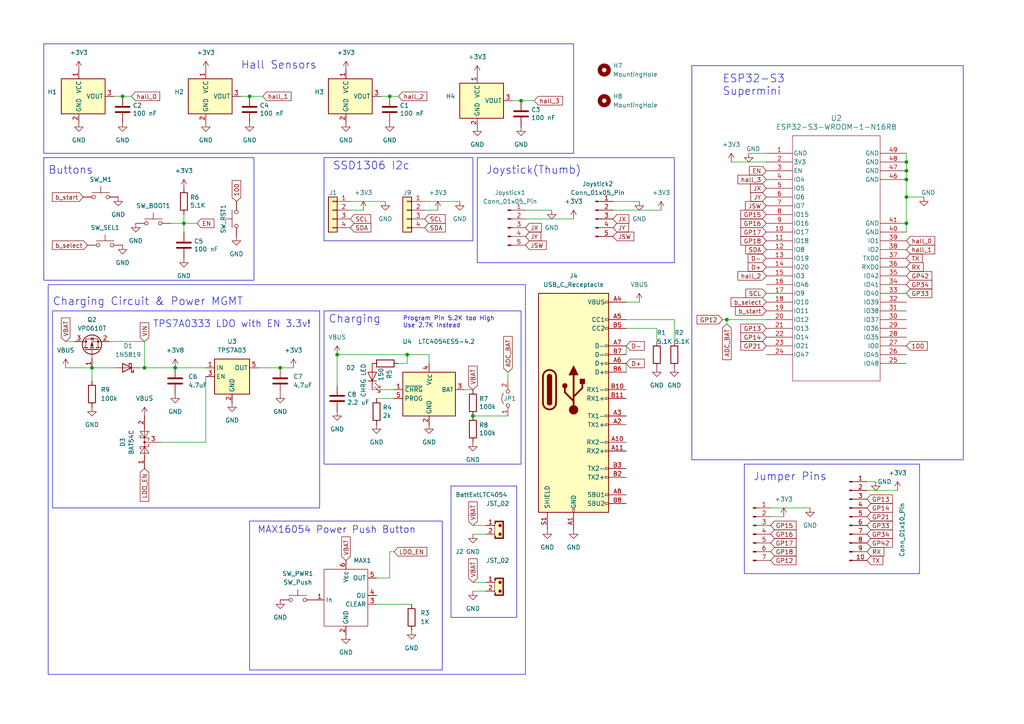
<source format=kicad_sch>
(kicad_sch (version 20250114) (generator "eeschema") (generator_version "9.0")
  (paper "A4")
  (lib_symbols
    (symbol "2025-04-05_16-16-06:ESP32-S3-WROOM-1-N16R8" (pin_names (offset 0.254))
      (property "Reference" "U" (at 20.32 10.16 0))
      (property "Value" "ESP32-S3-WROOM-1-N16R8" (at 20.32 7.62 0))
      (symbol "ESP32-S3-WROOM-1-N16R8_0_1"
        (pin power_out line (at 0 0 0) (length 7.62) (name "GND") (number "1"))
        (pin power_in line (at 0 -2.54 0) (length 7.62) (name "3V3") (number "2"))
        (pin input line (at 0 -5.08 0) (length 7.62) (name "EN") (number "3"))
        (pin bidirectional line (at 0 -7.62 0) (length 7.62) (name "IO4") (number "4"))
        (pin bidirectional line (at 0 -10.16 0) (length 7.62) (name "IO5") (number "5"))
        (pin bidirectional line (at 0 -12.7 0) (length 7.62) (name "IO6") (number "6"))
        (pin bidirectional line (at 0 -15.24 0) (length 7.62) (name "IO7") (number "7"))
        (pin bidirectional line (at 0 -17.78 0) (length 7.62) (name "IO15") (number "8"))
        (pin bidirectional line (at 0 -20.32 0) (length 7.62) (name "IO16") (number "9"))
        (pin bidirectional line (at 0 -22.86 0) (length 7.62) (name "IO17") (number "10"))
        (pin bidirectional line (at 0 -25.4 0) (length 7.62) (name "IO18") (number "11"))
        (pin bidirectional line (at 0 -27.94 0) (length 7.62) (name "IO8") (number "12"))
        (pin bidirectional line (at 0 -30.48 0) (length 7.62) (name "IO19") (number "13"))
        (pin bidirectional line (at 0 -33.02 0) (length 7.62) (name "IO20") (number "14"))
        (pin bidirectional line (at 0 -35.56 0) (length 7.62) (name "IO3") (number "15"))
        (pin bidirectional line (at 0 -38.1 0) (length 7.62) (name "IO46") (number "16"))
        (pin bidirectional line (at 0 -40.64 0) (length 7.62) (name "IO9") (number "17"))
        (pin bidirectional line (at 0 -43.18 0) (length 7.62) (name "IO10") (number "18"))
        (pin bidirectional line (at 0 -45.72 0) (length 7.62) (name "IO11") (number "19"))
        (pin bidirectional line (at 0 -48.26 0) (length 7.62) (name "IO12") (number "20"))
        (pin bidirectional line (at 0 -50.8 0) (length 7.62) (name "IO13") (number "21"))
        (pin bidirectional line (at 0 -53.34 0) (length 7.62) (name "IO14") (number "22"))
        (pin bidirectional line (at 0 -55.88 0) (length 7.62) (name "IO21") (number "23"))
        (pin bidirectional line (at 0 -58.42 0) (length 7.62) (name "IO47") (number "24"))
        (pin power_out line (at 40.64 0 180) (length 7.62) (name "GND") (number "49"))
        (pin power_out line (at 40.64 -2.54 180) (length 7.62) (name "GND") (number "48"))
        (pin power_out line (at 40.64 -5.08 180) (length 7.62) (name "GND") (number "47"))
        (pin power_out line (at 40.64 -7.62 180) (length 7.62) (name "GND") (number "46"))
        (pin power_out line (at 40.64 -20.32 180) (length 7.62) (name "GND") (number "41"))
        (pin power_out line (at 40.64 -22.86 180) (length 7.62) (name "GND") (number "40"))
        (pin bidirectional line (at 40.64 -25.4 180) (length 7.62) (name "IO1") (number "39"))
        (pin bidirectional line (at 40.64 -27.94 180) (length 7.62) (name "IO2") (number "38"))
        (pin bidirectional line (at 40.64 -30.48 180) (length 7.62) (name "TXD0") (number "37"))
        (pin bidirectional line (at 40.64 -33.02 180) (length 7.62) (name "RXD0") (number "36"))
        (pin bidirectional line (at 40.64 -35.56 180) (length 7.62) (name "IO42") (number "35"))
        (pin bidirectional line (at 40.64 -38.1 180) (length 7.62) (name "IO41") (number "34"))
        (pin bidirectional line (at 40.64 -40.64 180) (length 7.62) (name "IO40") (number "33"))
        (pin bidirectional line (at 40.64 -43.18 180) (length 7.62) (name "IO39") (number "32"))
        (pin bidirectional line (at 40.64 -45.72 180) (length 7.62) (name "IO38") (number "31"))
        (pin bidirectional line (at 40.64 -48.26 180) (length 7.62) (name "IO37") (number "30"))
        (pin bidirectional line (at 40.64 -50.8 180) (length 7.62) (name "IO36") (number "29"))
        (pin bidirectional line (at 40.64 -53.34 180) (length 7.62) (name "IO35") (number "28"))
        (pin bidirectional line (at 40.64 -55.88 180) (length 7.62) (name "IO0") (number "27"))
        (pin bidirectional line (at 40.64 -58.42 180) (length 7.62) (name "IO45") (number "26"))
        (pin bidirectional line (at 40.64 -60.96 180) (length 7.62) (name "IO48") (number "25"))
      )
    )
    (symbol "Battery_Management:LTC4054ES5-4.2"
      (property "Reference" "U" (at -5.842 6.604 0))
      (property "Value" "LTC4054ES5-4.2" (at 1.524 6.604 0))
      (symbol "LTC4054ES5-4.2_1_1"
        (pin open_collector line (at -10.16 0 0) (length 2.54) (name "~{CHRG}") (number "1"))
        (pin bidirectional line (at -10.16 -2.54 0) (length 2.54) (name "PROG") (number "5"))
        (pin power_in line (at 0 7.62 270) (length 2.54) (name "V_{CC}") (number "4"))
        (pin power_in line (at 0 -10.16 90) (length 2.54) (name "GND") (number "2"))
        (pin power_out line (at 10.16 0 180) (length 2.54) (name "BAT") (number "3"))
      )
    )
    (symbol "ChargingStuffsLib:MAX16054"
      (property "Reference" "MAX" (at 0 10.16 0))
      (symbol "MAX16054_1_1"
        (pin input line (at -8.89 -6.35 0) (length 2.54) (name "In") (number "1"))
        (pin input line (at 0 5.08 270) (length 2.54) (name "Vcc") (number "6"))
        (pin input line (at 0 -16.51 90) (length 2.54) (name "GND") (number "2"))
        (pin input line (at 8.89 0 180) (length 2.54) (name "OUT") (number "5"))
        (pin input line (at 8.89 -5.08 180) (length 2.54) (name "OU") (number "4"))
        (pin input line (at 8.89 -7.62 180) (length 2.54) (name "CLEAR") (number "3"))
      )
    )
    (symbol "Connector:Conn_01x05_Pin" (pin_names (offset 1.016) (hide yes))
      (property "Reference" "J" (at 0 7.62 0))
      (property "Value" "Conn_01x05_Pin" (at 0 -7.62 0))
      (symbol "Conn_01x05_Pin_1_1"
        (pin passive line (at 5.08 5.08 180) (length 3.81) (name "Pin_1") (number "1"))
        (pin passive line (at 5.08 2.54 180) (length 3.81) (name "Pin_2") (number "2"))
        (pin passive line (at 5.08 0 180) (length 3.81) (name "Pin_3") (number "3"))
        (pin passive line (at 5.08 -2.54 180) (length 3.81) (name "Pin_4") (number "4"))
        (pin passive line (at 5.08 -5.08 180) (length 3.81) (name "Pin_5") (number "5"))
      )
    )
    (symbol "Connector:Conn_01x07_Pin" (pin_names (offset 1.016) (hide yes))
      (property "Reference" "J" (at 0 10.16 0))
      (property "Value" "Conn_01x07_Pin" (at 0 -10.16 0))
      (symbol "Conn_01x07_Pin_1_1"
        (pin passive line (at 5.08 7.62 180) (length 3.81) (name "Pin_1") (number "1"))
        (pin passive line (at 5.08 5.08 180) (length 3.81) (name "Pin_2") (number "2"))
        (pin passive line (at 5.08 2.54 180) (length 3.81) (name "Pin_3") (number "3"))
        (pin passive line (at 5.08 0 180) (length 3.81) (name "Pin_4") (number "4"))
        (pin passive line (at 5.08 -2.54 180) (length 3.81) (name "Pin_5") (number "5"))
        (pin passive line (at 5.08 -5.08 180) (length 3.81) (name "Pin_6") (number "6"))
        (pin passive line (at 5.08 -7.62 180) (length 3.81) (name "Pin_7") (number "7"))
      )
    )
    (symbol "Connector:Conn_01x10_Pin" (pin_names (offset 1.016) (hide yes))
      (property "Reference" "J" (at 0 12.7 0))
      (property "Value" "Conn_01x10_Pin" (at 0 -15.24 0))
      (symbol "Conn_01x10_Pin_1_1"
        (pin passive line (at 5.08 10.16 180) (length 3.81) (name "Pin_1") (number "1"))
        (pin passive line (at 5.08 7.62 180) (length 3.81) (name "Pin_2") (number "2"))
        (pin passive line (at 5.08 5.08 180) (length 3.81) (name "Pin_3") (number "3"))
        (pin passive line (at 5.08 2.54 180) (length 3.81) (name "Pin_4") (number "4"))
        (pin passive line (at 5.08 0 180) (length 3.81) (name "Pin_5") (number "5"))
        (pin passive line (at 5.08 -2.54 180) (length 3.81) (name "Pin_6") (number "6"))
        (pin passive line (at 5.08 -5.08 180) (length 3.81) (name "Pin_7") (number "7"))
        (pin passive line (at 5.08 -7.62 180) (length 3.81) (name "Pin_8") (number "8"))
        (pin passive line (at 5.08 -10.16 180) (length 3.81) (name "Pin_9") (number "9"))
        (pin passive line (at 5.08 -12.7 180) (length 3.81) (name "Pin_10") (number "10"))
      )
    )
    (symbol "Connector:USB_C_Receptacle" (pin_names (offset 1.016))
      (property "Reference" "J" (at -10.16 29.21 0))
      (property "Value" "USB_C_Receptacle" (at 10.16 29.21 0))
      (symbol "USB_C_Receptacle_1_1"
        (pin passive line (at -7.62 -40.64 90) (length 5.08) (name "SHIELD") (number "S1"))
        (pin passive line (at 0 -40.64 90) (length 5.08) (name "GND") (number "A1"))
        (pin passive line (at 0 -40.64 90) (length 5.08) (hide yes) (name "GND") (number "A12"))
        (pin passive line (at 0 -40.64 90) (length 5.08) (hide yes) (name "GND") (number "B1"))
        (pin passive line (at 0 -40.64 90) (length 5.08) (hide yes) (name "GND") (number "B12"))
        (pin passive line (at 15.24 25.4 180) (length 5.08) (name "VBUS") (number "A4"))
        (pin passive line (at 15.24 25.4 180) (length 5.08) (hide yes) (name "VBUS") (number "A9"))
        (pin passive line (at 15.24 25.4 180) (length 5.08) (hide yes) (name "VBUS") (number "B4"))
        (pin passive line (at 15.24 25.4 180) (length 5.08) (hide yes) (name "VBUS") (number "B9"))
        (pin bidirectional line (at 15.24 20.32 180) (length 5.08) (name "CC1") (number "A5"))
        (pin bidirectional line (at 15.24 17.78 180) (length 5.08) (name "CC2") (number "B5"))
        (pin bidirectional line (at 15.24 12.7 180) (length 5.08) (name "D-") (number "A7"))
        (pin bidirectional line (at 15.24 10.16 180) (length 5.08) (name "D-") (number "B7"))
        (pin bidirectional line (at 15.24 7.62 180) (length 5.08) (name "D+") (number "A6"))
        (pin bidirectional line (at 15.24 5.08 180) (length 5.08) (name "D+") (number "B6"))
        (pin bidirectional line (at 15.24 0 180) (length 5.08) (name "RX1-") (number "B10"))
        (pin bidirectional line (at 15.24 -2.54 180) (length 5.08) (name "RX1+") (number "B11"))
        (pin bidirectional line (at 15.24 -7.62 180) (length 5.08) (name "TX1-") (number "A3"))
        (pin bidirectional line (at 15.24 -10.16 180) (length 5.08) (name "TX1+") (number "A2"))
        (pin bidirectional line (at 15.24 -15.24 180) (length 5.08) (name "RX2-") (number "A10"))
        (pin bidirectional line (at 15.24 -17.78 180) (length 5.08) (name "RX2+") (number "A11"))
        (pin bidirectional line (at 15.24 -22.86 180) (length 5.08) (name "TX2-") (number "B3"))
        (pin bidirectional line (at 15.24 -25.4 180) (length 5.08) (name "TX2+") (number "B2"))
        (pin bidirectional line (at 15.24 -30.48 180) (length 5.08) (name "SBU1") (number "A8"))
        (pin bidirectional line (at 15.24 -33.02 180) (length 5.08) (name "SBU2") (number "B8"))
      )
    )
    (symbol "Connector_Generic:Conn_01x04" (pin_names (offset 1.016) (hide yes))
      (property "Reference" "J" (at 0 5.08 0))
      (property "Value" "Conn_01x04" (at 0 -7.62 0))
      (symbol "Conn_01x04_1_1"
        (pin passive line (at -5.08 2.54 0) (length 3.81) (name "Pin_1") (number "1"))
        (pin passive line (at -5.08 0 0) (length 3.81) (name "Pin_2") (number "2"))
        (pin passive line (at -5.08 -2.54 0) (length 3.81) (name "Pin_3") (number "3"))
        (pin passive line (at -5.08 -5.08 0) (length 3.81) (name "Pin_4") (number "4"))
      )
    )
    (symbol "Device:C" (pin_numbers (hide yes)) (pin_names (offset 0.254))
      (property "Reference" "C" (at 0.635 2.54 0))
      (property "Value" "C" (at 0.635 -2.54 0))
      (symbol "C_1_1"
        (pin passive line (at 0 3.81 270) (length 2.794) (name "~") (number "1"))
        (pin passive line (at 0 -3.81 90) (length 2.794) (name "~") (number "2"))
      )
    )
    (symbol "Device:LED" (pin_numbers (hide yes)) (pin_names (offset 1.016) (hide yes))
      (property "Reference" "D" (at 0 2.54 0))
      (property "Value" "LED" (at 0 -2.54 0))
      (symbol "LED_1_1"
        (pin passive line (at -3.81 0 0) (length 2.54) (name "K") (number "1"))
        (pin passive line (at 3.81 0 180) (length 2.54) (name "A") (number "2"))
      )
    )
    (symbol "Device:R" (pin_numbers (hide yes)) (pin_names (offset 0))
      (property "Reference" "R" (at 2.032 0 90))
      (property "Value" "R" (at 0 0 90))
      (symbol "R_1_1"
        (pin passive line (at 0 3.81 270) (length 1.27) (name "~") (number "1"))
        (pin passive line (at 0 -3.81 90) (length 1.27) (name "~") (number "2"))
      )
    )
    (symbol "Diode:1N5819" (pin_numbers (hide yes)) (pin_names (offset 1.016) (hide yes))
      (property "Reference" "D" (at 0 2.54 0))
      (property "Value" "1N5819" (at 0 -2.54 0))
      (symbol "1N5819_1_1"
        (pin passive line (at -3.81 0 0) (length 2.54) (name "K") (number "1"))
        (pin passive line (at 3.81 0 180) (length 2.54) (name "A") (number "2"))
      )
    )
    (symbol "Diode:BAT54C" (pin_names (offset 1.016))
      (property "Reference" "D" (at 0.635 -3.81 0))
      (property "Value" "BAT54C" (at -6.35 3.175 0))
      (symbol "BAT54C_1_1"
        (pin passive line (at -7.62 0 0) (length 3.81) (name "~") (number "1"))
        (pin passive line (at 0 -5.08 90) (length 5.08) (name "~") (number "3"))
        (pin passive line (at 7.62 0 180) (length 3.81) (name "~") (number "2"))
      )
    )
    (symbol "Jumper:Jumper_2_Open" (pin_names (offset 0) (hide yes))
      (property "Reference" "JP" (at 0 2.794 0))
      (property "Value" "Jumper_2_Open" (at 0 -2.286 0))
      (symbol "Jumper_2_Open_1_1"
        (pin passive line (at -5.08 0 0) (length 2.54) (name "A") (number "1"))
        (pin passive line (at 5.08 0 180) (length 2.54) (name "B") (number "2"))
      )
    )
    (symbol "Mechanical:MountingHole" (pin_names (offset 1.016))
      (property "Reference" "H" (at 0 5.08 0))
      (property "Value" "MountingHole" (at 0 3.175 0))
    )
    (symbol "PCM_SL_Connectors:JST_02"
      (property "Reference" "J" (at 0 7.62 0))
      (property "Value" "JST_02" (at 0 5.08 0))
      (symbol "JST_02_1_1"
        (pin passive line (at -3.81 1.27 0) (length 2.54) (name "") (number "1"))
        (pin passive line (at -3.81 -1.27 0) (length 2.54) (name "") (number "2"))
      )
    )
    (symbol "Regulator_Linear:TPS7A0508PDBV"
      (property "Reference" "U5" (at 0 10.16 0))
      (property "Value" "TPS7A03" (at 0 7.62 0))
      (symbol "TPS7A0508PDBV_0_1"
        (pin power_in line (at -7.62 2.54 0) (length 2.54) (name "IN") (number "1"))
        (pin input line (at -7.62 0 0) (length 2.54) (name "EN") (number "3"))
        (pin power_in line (at 0 -7.62 90) (length 2.54) (name "GND") (number "2"))
        (pin no_connect line (at 5.08 0 180) (length 2.54) (hide yes) (name "NC") (number "4"))
        (pin power_out line (at 7.62 2.54 180) (length 2.54) (name "OUT") (number "5"))
      )
    )
    (symbol "Sensor_Current:A1369xUA-10"
      (property "Reference" "U" (at 8.89 6.35 0))
      (property "Value" "A1369xUA-10" (at 8.89 3.81 0))
      (symbol "A1369xUA-10_1_1"
        (pin power_in line (at 0 7.62 270) (length 2.54) (name "VCC") (number "1"))
        (pin power_in line (at 0 -7.62 90) (length 2.54) (name "GND") (number "2"))
        (pin output line (at 10.16 0 180) (length 2.54) (name "VOUT") (number "3"))
      )
    )
    (symbol "Switch:SW_Push" (pin_numbers (hide yes)) (pin_names (offset 1.016) (hide yes))
      (property "Reference" "SW" (at 1.27 2.54 0))
      (property "Value" "SW_Push" (at 0 -1.524 0))
      (symbol "SW_Push_0_1"
        (pin passive line (at -5.08 0 0) (length 2.54) (name "1") (number "1"))
        (pin passive line (at 5.08 0 180) (length 2.54) (name "2") (number "2"))
      )
    )
    (symbol "Transistor_FET:VP0610T" (pin_names (hide yes))
      (property "Reference" "Q" (at 5.08 1.905 0))
      (property "Value" "VP0610T" (at 5.08 0 0))
      (symbol "VP0610T_1_1"
        (pin input line (at -5.08 0 0) (length 2.54) (name "G") (number "1"))
        (pin passive line (at 2.54 5.08 270) (length 2.54) (name "D") (number "3"))
        (pin passive line (at 2.54 -5.08 90) (length 2.54) (name "S") (number "2"))
      )
    )
    (symbol "power:+3V3" (power) (pin_names (offset 0))
      (property "Value" "+3V3" (at 0 3.556 0))
      (symbol "+3V3_1_1"
        (pin power_in line (at 0 0 90) (length 0) (hide yes) (name "+3V3") (number "1"))
      )
    )
    (symbol "power:+3V8" (power) (pin_names (offset 0))
      (property "Value" "+3V8" (at 0 3.556 0))
      (symbol "+3V8_1_1"
        (pin power_in line (at 0 0 90) (length 0) (hide yes) (name "+3V8") (number "1"))
      )
    )
    (symbol "power:GND" (power) (pin_names (offset 0))
      (property "Value" "GND" (at 0 -3.81 0))
      (symbol "GND_1_1"
        (pin power_in line (at 0 0 270) (length 0) (hide yes) (name "GND") (number "1"))
      )
    )
    (symbol "power:VBUS" (power) (pin_names (offset 0))
      (property "Value" "VBUS" (at 0 3.81 0))
      (symbol "VBUS_1_1"
        (pin power_in line (at 0 0 90) (length 0) (hide yes) (name "VBUS") (number "1"))
      )
    )
  )
  (rectangle (start 15.24 90.17) (end 92.71 147.32))
  (rectangle (start 138.43 45.72) (end 195.58 76.2))
  (rectangle (start 200.66 19.05) (end 279.4 133.35))
  (rectangle (start 215.9 134.62) (end 266.7 166.37))
  (rectangle (start 72.39 151.13) (end 128.27 194.31))
  (rectangle (start 12.7 45.72) (end 73.66 81.28))
  (rectangle (start 93.98 45.72) (end 137.16 69.85))
  (rectangle (start 13.97 82.55) (end 152.4 195.58))
  (rectangle (start 93.98 90.17) (end 151.13 134.62))
  (rectangle (start 130.81 140.97) (end 149.86 179.07))
  (rectangle (start 12.7 12.7) (end 166.37 44.45))
  (text "Jumper Pins" (at 218.44 139.7 0) (effects (font (size 2.27 2.27)) (justify left bottom)))
  (text "Buttons" (at 13.97 50.8 0) (effects (font (size 2.27 2.27)) (justify left bottom)))
  (text "MAX16054 Power Push Button" (at 120.65 154.94 0) (effects (font (size 2 2)) (justify right bottom)))
  (text "Joystick(Thumb)" (at 140.97 50.8 0) (effects (font (size 2.27 2.27)) (justify left bottom)))
  (text "Program Pin 5.2K too High\nUse 2.7K Instead\n" (at 116.84 95.25 0) (effects (font (size 1.27 1.27)) (justify left bottom)))
  (text "Charging\n" (at 95.25 93.98 0) (effects (font (size 2.27 2.27)) (justify left bottom)))
  (text "ESP32-S3\nSupermini" (at 209.55 27.94 0) (effects (font (size 2.27 2.27)) (justify left bottom)))
  (text "Charging Circuit & Power MGMT" (at 15.24 88.9 0) (effects (font (size 2.27 2.27)) (justify left bottom)))
  (text "SSD1306 I2c" (at 96.52 49.53 0) (effects (font (size 2.27 2.27)) (justify left bottom)))
  (text "TPS7A0333 LDO with EN 3.3v!" (at 90.17 95.25 0) (effects (font (size 2 2)) (justify right bottom)))
  (text "Hall Sensors" (at 69.85 20.32 0) (effects (font (size 2.27 2.27)) (justify left bottom)))
  (junction (at 113.03 27.94))
  (junction (at 118.11 102.87))
  (junction (at 26.67 106.68))
  (junction (at 81.28 106.68))
  (junction (at 72.39 27.94))
  (junction (at 50.8 106.68))
  (junction (at 137.16 120.65))
  (junction (at 97.79 102.87))
  (junction (at 41.91 106.68))
  (junction (at 262.89 49.53))
  (junction (at 53.34 64.77))
  (junction (at 262.89 64.77))
  (junction (at 262.89 57.15))
  (junction (at 151.13 29.21))
  (junction (at 210.82 92.71))
  (junction (at 262.89 46.99))
  (junction (at 35.56 27.94))
  (junction (at 262.89 52.07))
  (wire (pts (xy 262.89 44.45) (xy 262.89 46.99)))
  (wire (pts (xy 35.56 27.94) (xy 33.02 27.94)))
  (wire (pts (xy 137.16 154.94) (xy 140.97 154.94)))
  (wire (pts (xy 46.99 128.27) (xy 59.69 128.27)))
  (wire (pts (xy 19.05 106.68) (xy 26.67 106.68)))
  (wire (pts (xy 118.11 102.87) (xy 124.46 102.87)))
  (wire (pts (xy 262.89 57.15) (xy 262.89 64.77)))
  (wire (pts (xy 154.94 29.21) (xy 151.13 29.21)))
  (wire (pts (xy 181.61 100.33) (xy 181.61 102.87)))
  (wire (pts (xy 160.02 60.96) (xy 152.4 60.96)))
  (wire (pts (xy 262.89 46.99) (xy 262.89 49.53)))
  (wire (pts (xy 97.79 111.76) (xy 97.79 102.87)))
  (wire (pts (xy 137.16 168.91) (xy 140.97 168.91)))
  (wire (pts (xy 111.76 58.42) (xy 101.6 58.42)))
  (wire (pts (xy 113.03 160.02) (xy 113.03 167.64)))
  (wire (pts (xy 41.91 106.68) (xy 50.8 106.68)))
  (wire (pts (xy 41.91 99.06) (xy 41.91 106.68)))
  (wire (pts (xy 72.39 27.94) (xy 69.85 27.94)))
  (wire (pts (xy 195.58 92.71) (xy 195.58 99.06)))
  (wire (pts (xy 181.61 105.41) (xy 181.61 107.95)))
  (wire (pts (xy 147.32 107.95) (xy 147.32 110.49)))
  (wire (pts (xy 107.95 113.03) (xy 114.3 113.03)))
  (wire (pts (xy 151.13 29.21) (xy 148.59 29.21)))
  (wire (pts (xy 118.11 105.41) (xy 118.11 102.87)))
  (wire (pts (xy 254 139.7) (xy 251.46 139.7)))
  (wire (pts (xy 115.57 105.41) (xy 118.11 105.41)))
  (wire (pts (xy 113.03 27.94) (xy 110.49 27.94)))
  (wire (pts (xy 40.64 106.68) (xy 41.91 106.68)))
  (wire (pts (xy 262.89 52.07) (xy 262.89 57.15)))
  (wire (pts (xy 209.55 92.71) (xy 210.82 92.71)))
  (wire (pts (xy 212.09 46.99) (xy 222.25 46.99)))
  (wire (pts (xy 227.33 149.86) (xy 223.52 149.86)))
  (wire (pts (xy 137.16 171.45) (xy 140.97 171.45)))
  (wire (pts (xy 85.09 106.68) (xy 81.28 106.68)))
  (wire (pts (xy 166.37 63.5) (xy 152.4 63.5)))
  (wire (pts (xy 181.61 92.71) (xy 195.58 92.71)))
  (wire (pts (xy 50.8 106.68) (xy 59.69 106.68)))
  (wire (pts (xy 53.34 62.23) (xy 53.34 64.77)))
  (wire (pts (xy 210.82 92.71) (xy 222.25 92.71)))
  (wire (pts (xy 53.34 64.77) (xy 57.15 64.77)))
  (wire (pts (xy 115.57 27.94) (xy 113.03 27.94)))
  (wire (pts (xy 234.95 147.32) (xy 223.52 147.32)))
  (wire (pts (xy 26.67 106.68) (xy 33.02 106.68)))
  (wire (pts (xy 185.42 87.63) (xy 181.61 87.63)))
  (wire (pts (xy 113.03 167.64) (xy 109.22 167.64)))
  (wire (pts (xy 81.28 106.68) (xy 74.93 106.68)))
  (wire (pts (xy 134.62 113.03) (xy 137.16 113.03)))
  (wire (pts (xy 59.69 128.27) (xy 59.69 109.22)))
  (wire (pts (xy 31.75 99.06) (xy 41.91 99.06)))
  (wire (pts (xy 76.2 27.94) (xy 72.39 27.94)))
  (wire (pts (xy 109.22 175.26) (xy 119.38 175.26)))
  (wire (pts (xy 109.22 115.57) (xy 114.3 115.57)))
  (wire (pts (xy 97.79 102.87) (xy 118.11 102.87)))
  (wire (pts (xy 137.16 152.4) (xy 140.97 152.4)))
  (wire (pts (xy 217.17 44.45) (xy 222.25 44.45)))
  (wire (pts (xy 114.3 160.02) (xy 113.03 160.02)))
  (wire (pts (xy 262.89 64.77) (xy 262.89 67.31)))
  (wire (pts (xy 137.16 120.65) (xy 147.32 120.65)))
  (wire (pts (xy 53.34 64.77) (xy 53.34 67.31)))
  (wire (pts (xy 262.89 49.53) (xy 262.89 52.07)))
  (wire (pts (xy 191.77 60.96) (xy 177.8 60.96)))
  (wire (pts (xy 190.5 95.25) (xy 190.5 99.06)))
  (wire (pts (xy 181.61 95.25) (xy 190.5 95.25)))
  (wire (pts (xy 26.67 106.68) (xy 26.67 110.49)))
  (wire (pts (xy 49.53 64.77) (xy 53.34 64.77)))
  (wire (pts (xy 19.05 99.06) (xy 21.59 99.06)))
  (wire (pts (xy 124.46 102.87) (xy 124.46 105.41)))
  (wire (pts (xy 267.97 57.15) (xy 262.89 57.15)))
  (wire (pts (xy 133.35 58.42) (xy 123.19 58.42)))
  (wire (pts (xy 127 60.96) (xy 123.19 60.96)))
  (wire (pts (xy 260.35 142.24) (xy 251.46 142.24)))
  (wire (pts (xy 38.1 27.94) (xy 35.56 27.94)))
  (wire (pts (xy 105.41 60.96) (xy 101.6 60.96)))
  (wire (pts (xy 185.42 58.42) (xy 177.8 58.42)))
  (wire (pts (xy 210.82 93.98) (xy 210.82 92.71)))
  (global_label "RX" (shape input) (at 262.89 77.47 0) (property "Intersheetrefs" "${INTERSHEET_REFS}" (effects (hide yes))))
  (global_label "ADC_BAT" (shape input) (at 147.32 107.95 90) (property "Intersheetrefs" "${INTERSHEET_REFS}" (effects (hide yes))))
  (global_label "VIN" (shape input) (at 41.91 99.06 90) (property "Intersheetrefs" "${INTERSHEET_REFS}" (effects (hide yes))))
  (global_label "GP14" (shape input) (at 222.25 97.79 180) (property "Intersheetrefs" "${INTERSHEET_REFS}" (effects (hide yes))))
  (global_label "100" (shape input) (at 68.58 58.42 90) (property "Intersheetrefs" "${INTERSHEET_REFS}" (effects (hide yes))))
  (global_label "b_start" (shape input) (at 222.25 90.17 180) (property "Intersheetrefs" "${INTERSHEET_REFS}" (effects (hide yes))))
  (global_label "D+" (shape input) (at 181.61 105.41 0) (property "Intersheetrefs" "${INTERSHEET_REFS}" (effects (hide yes))))
  (global_label "SCL" (shape input) (at 101.6 63.5 0) (property "Intersheetrefs" "${INTERSHEET_REFS}" (effects (hide yes))))
  (global_label "GP15" (shape input) (at 223.52 152.4 0) (property "Intersheetrefs" "${INTERSHEET_REFS}" (effects (hide yes))))
  (global_label "EN" (shape input) (at 57.15 64.77 0) (property "Intersheetrefs" "${INTERSHEET_REFS}" (effects (hide yes))))
  (global_label "EN" (shape input) (at 222.25 49.53 180) (property "Intersheetrefs" "${INTERSHEET_REFS}" (effects (hide yes))))
  (global_label "JY" (shape input) (at 177.8 66.04 0) (property "Intersheetrefs" "${INTERSHEET_REFS}" (effects (hide yes))))
  (global_label "GP13" (shape input) (at 222.25 95.25 180) (property "Intersheetrefs" "${INTERSHEET_REFS}" (effects (hide yes))))
  (global_label "GP12" (shape input) (at 209.55 92.71 180) (property "Intersheetrefs" "${INTERSHEET_REFS}" (effects (hide yes))))
  (global_label "JY" (shape input) (at 222.25 57.15 180) (property "Intersheetrefs" "${INTERSHEET_REFS}" (effects (hide yes))))
  (global_label "JY" (shape input) (at 152.4 68.58 0) (property "Intersheetrefs" "${INTERSHEET_REFS}" (effects (hide yes))))
  (global_label "GP17" (shape input) (at 222.25 67.31 180) (property "Intersheetrefs" "${INTERSHEET_REFS}" (effects (hide yes))))
  (global_label "b_start" (shape input) (at 24.13 57.15 180) (property "Intersheetrefs" "${INTERSHEET_REFS}" (effects (hide yes))))
  (global_label "hall_1" (shape input) (at 262.89 72.39 0) (property "Intersheetrefs" "${INTERSHEET_REFS}" (effects (hide yes))))
  (global_label "hall_3" (shape input) (at 154.94 29.21 0) (property "Intersheetrefs" "${INTERSHEET_REFS}" (effects (hide yes))))
  (global_label "VBAT" (shape input) (at 137.16 152.4 90) (property "Intersheetrefs" "${INTERSHEET_REFS}" (effects (hide yes))))
  (global_label "GP14" (shape input) (at 251.46 147.32 0) (property "Intersheetrefs" "${INTERSHEET_REFS}" (effects (hide yes))))
  (global_label "LDO_EN" (shape input) (at 114.3 160.02 0) (property "Intersheetrefs" "${INTERSHEET_REFS}" (effects (hide yes))))
  (global_label "hall_2" (shape input) (at 115.57 27.94 0) (property "Intersheetrefs" "${INTERSHEET_REFS}" (effects (hide yes))))
  (global_label "GP12" (shape input) (at 223.52 162.56 0) (property "Intersheetrefs" "${INTERSHEET_REFS}" (effects (hide yes))))
  (global_label "b_select" (shape input) (at 25.4 71.12 180) (property "Intersheetrefs" "${INTERSHEET_REFS}" (effects (hide yes))))
  (global_label "GP34" (shape input) (at 262.89 82.55 0) (property "Intersheetrefs" "${INTERSHEET_REFS}" (effects (hide yes))))
  (global_label "TX" (shape input) (at 251.46 162.56 0) (property "Intersheetrefs" "${INTERSHEET_REFS}" (effects (hide yes))))
  (global_label "SCL" (shape input) (at 123.19 63.5 0) (property "Intersheetrefs" "${INTERSHEET_REFS}" (effects (hide yes))))
  (global_label "D-" (shape input) (at 181.61 100.33 0) (property "Intersheetrefs" "${INTERSHEET_REFS}" (effects (hide yes))))
  (global_label "SCL" (shape input) (at 222.25 85.09 180) (property "Intersheetrefs" "${INTERSHEET_REFS}" (effects (hide yes))))
  (global_label "ADC_BAT" (shape input) (at 210.82 93.98 270) (property "Intersheetrefs" "${INTERSHEET_REFS}" (effects (hide yes))))
  (global_label "GP18" (shape input) (at 223.52 160.02 0) (property "Intersheetrefs" "${INTERSHEET_REFS}" (effects (hide yes))))
  (global_label "JSW" (shape input) (at 177.8 68.58 0) (property "Intersheetrefs" "${INTERSHEET_REFS}" (effects (hide yes))))
  (global_label "VBAT" (shape input) (at 100.33 162.56 90) (property "Intersheetrefs" "${INTERSHEET_REFS}" (effects (hide yes))))
  (global_label "GP16" (shape input) (at 223.52 154.94 0) (property "Intersheetrefs" "${INTERSHEET_REFS}" (effects (hide yes))))
  (global_label "VBAT" (shape input) (at 137.16 113.03 90) (property "Intersheetrefs" "${INTERSHEET_REFS}" (effects (hide yes))))
  (global_label "TX" (shape input) (at 262.89 74.93 0) (property "Intersheetrefs" "${INTERSHEET_REFS}" (effects (hide yes))))
  (global_label "SDA" (shape input) (at 123.19 66.04 0) (property "Intersheetrefs" "${INTERSHEET_REFS}" (effects (hide yes))))
  (global_label "D-" (shape input) (at 222.25 74.93 180) (property "Intersheetrefs" "${INTERSHEET_REFS}" (effects (hide yes))))
  (global_label "SDA" (shape input) (at 101.6 66.04 0) (property "Intersheetrefs" "${INTERSHEET_REFS}" (effects (hide yes))))
  (global_label "JSW" (shape input) (at 222.25 59.69 180) (property "Intersheetrefs" "${INTERSHEET_REFS}" (effects (hide yes))))
  (global_label "hall_1" (shape input) (at 76.2 27.94 0) (property "Intersheetrefs" "${INTERSHEET_REFS}" (effects (hide yes))))
  (global_label "hall_3" (shape input) (at 222.25 52.07 180) (property "Intersheetrefs" "${INTERSHEET_REFS}" (effects (hide yes))))
  (global_label "RX" (shape input) (at 251.46 160.02 0) (property "Intersheetrefs" "${INTERSHEET_REFS}" (effects (hide yes))))
  (global_label "GP33" (shape input) (at 262.89 85.09 0) (property "Intersheetrefs" "${INTERSHEET_REFS}" (effects (hide yes))))
  (global_label "GP21" (shape input) (at 222.25 100.33 180) (property "Intersheetrefs" "${INTERSHEET_REFS}" (effects (hide yes))))
  (global_label "JX" (shape input) (at 152.4 66.04 0) (property "Intersheetrefs" "${INTERSHEET_REFS}" (effects (hide yes))))
  (global_label "JSW" (shape input) (at 152.4 71.12 0) (property "Intersheetrefs" "${INTERSHEET_REFS}" (effects (hide yes))))
  (global_label "GP42" (shape input) (at 251.46 157.48 0) (property "Intersheetrefs" "${INTERSHEET_REFS}" (effects (hide yes))))
  (global_label "D+" (shape input) (at 222.25 77.47 180) (property "Intersheetrefs" "${INTERSHEET_REFS}" (effects (hide yes))))
  (global_label "hall_2" (shape input) (at 222.25 80.01 180) (property "Intersheetrefs" "${INTERSHEET_REFS}" (effects (hide yes))))
  (global_label "JX" (shape input) (at 177.8 63.5 0) (property "Intersheetrefs" "${INTERSHEET_REFS}" (effects (hide yes))))
  (global_label "GP16" (shape input) (at 222.25 64.77 180) (property "Intersheetrefs" "${INTERSHEET_REFS}" (effects (hide yes))))
  (global_label "SDA" (shape input) (at 222.25 72.39 180) (property "Intersheetrefs" "${INTERSHEET_REFS}" (effects (hide yes))))
  (global_label "b_select" (shape input) (at 222.25 87.63 180) (property "Intersheetrefs" "${INTERSHEET_REFS}" (effects (hide yes))))
  (global_label "GP17" (shape input) (at 223.52 157.48 0) (property "Intersheetrefs" "${INTERSHEET_REFS}" (effects (hide yes))))
  (global_label "GP18" (shape input) (at 222.25 69.85 180) (property "Intersheetrefs" "${INTERSHEET_REFS}" (effects (hide yes))))
  (global_label "VBAT" (shape input) (at 19.05 99.06 90) (property "Intersheetrefs" "${INTERSHEET_REFS}" (effects (hide yes))))
  (global_label "VBAT" (shape input) (at 137.16 168.91 90) (property "Intersheetrefs" "${INTERSHEET_REFS}" (effects (hide yes))))
  (global_label "GP15" (shape input) (at 222.25 62.23 180) (property "Intersheetrefs" "${INTERSHEET_REFS}" (effects (hide yes))))
  (global_label "GP33" (shape input) (at 251.46 152.4 0) (property "Intersheetrefs" "${INTERSHEET_REFS}" (effects (hide yes))))
  (global_label "GP34" (shape input) (at 251.46 154.94 0) (property "Intersheetrefs" "${INTERSHEET_REFS}" (effects (hide yes))))
  (global_label "hall_0" (shape input) (at 38.1 27.94 0) (property "Intersheetrefs" "${INTERSHEET_REFS}" (effects (hide yes))))
  (global_label "JX" (shape input) (at 222.25 54.61 180) (property "Intersheetrefs" "${INTERSHEET_REFS}" (effects (hide yes))))
  (global_label "GP13" (shape input) (at 251.46 144.78 0) (property "Intersheetrefs" "${INTERSHEET_REFS}" (effects (hide yes))))
  (global_label "LDO_EN" (shape input) (at 41.91 135.89 270) (property "Intersheetrefs" "${INTERSHEET_REFS}" (effects (hide yes))))
  (global_label "hall_0" (shape input) (at 262.89 69.85 0) (property "Intersheetrefs" "${INTERSHEET_REFS}" (effects (hide yes))))
  (global_label "100" (shape input) (at 262.89 100.33 0) (property "Intersheetrefs" "${INTERSHEET_REFS}" (effects (hide yes))))
  (global_label "GP21" (shape input) (at 251.46 149.86 0) (property "Intersheetrefs" "${INTERSHEET_REFS}" (effects (hide yes))))
  (global_label "GP42" (shape input) (at 262.89 80.01 0) (property "Intersheetrefs" "${INTERSHEET_REFS}" (effects (hide yes))))
  (symbol (lib_id "Switch:SW_Push") (at 68.58 63.5 90) (unit 1)
    (property "Reference" "SW_RST1" (at 64.77 63.5 0))
    (property "Value" "SW_Push" (effects (hide yes)))
    (property "Footprint" "OpenMuscleDevKit:EVQP2P02M" (effects (hide yes)))
  )
  (symbol (lib_id "Switch:SW_Push") (at 44.45 64.77 0) (unit 1)
    (property "Reference" "SW_BOOT1" (at 44.45 59.69 0))
    (property "Value" "SW_Push" (effects (hide yes)))
    (property "Footprint" "OpenMuscleDevKit:EVQP2P02M" (effects (hide yes)))
  )
  (symbol (lib_id "power:GND") (at 97.79 119.38 0) (unit 1)
    (property "Reference" "#PWR034" (effects (hide yes)))
    (property "Value" "GND" (at 97.79 124.46 0))
  )
  (symbol (lib_id "power:GND") (at 59.69 35.56 0) (unit 1)
    (property "Reference" "#PWR014" (effects (hide yes)))
    (property "Value" "GND" (at 59.69 40.64 0))
  )
  (symbol (lib_id "Sensor_Current:A1369xUA-10") (at 22.86 27.94 0) (unit 1)
    (property "Reference" "H1" (at 16.51 26.67 0) (effects (justify right)))
    (property "Value" "A1369xUA-10" (effects (hide yes)))
    (property "Footprint" "Connector_PinHeader_2.00mm:PinHeader_1x03_P2.00mm_Vertical" (effects (hide yes)))
    (property "Datasheet" "http://www.allegromicro.com/~/media/Files/Datasheets/A1369-Datasheet.ashx?la=en" (effects (hide yes)))
  )
  (symbol (lib_id "ChargingStuffsLib:MAX16054") (at 100.33 167.64 0) (unit 1)
    (property "Reference" "MAX1" (at 102.5241 162.56 0) (effects (justify left)))
    (property "Value" "~" (at 100.33 167.64 0))
    (property "Footprint" "Package_TO_SOT_SMD:SOT-23-6" (effects (hide yes)))
  )
  (symbol (lib_id "Device:R") (at 137.16 116.84 0) (unit 1)
    (property "Reference" "R7" (at 138.938 115.6716 0) (effects (justify left)))
    (property "Value" "100k" (at 138.938 117.983 0) (effects (justify left)))
    (property "Footprint" "Resistor_SMD:R_0603_1608Metric" (effects (hide yes)))
    (property "JLCPN" "C25905" (effects (hide yes)))
  )
  (symbol (lib_id "power:+3V8") (at 50.8 106.68 0) (unit 1)
    (property "Reference" "#PWR023" (effects (hide yes)))
    (property "Value" "+3V8" (at 50.8 101.6 0))
  )
  (symbol (lib_id "power:GND") (at 158.75 153.67 0) (unit 1)
    (property "Reference" "#PWR019" (effects (hide yes)))
    (property "Value" "GND" (at 158.75 158.75 0))
  )
  (symbol (lib_id "Device:C") (at 81.28 110.49 0) (unit 1)
    (property "Reference" "C7" (at 85.09 109.22 0) (effects (justify left)))
    (property "Value" "4.7uF" (at 85.09 111.76 0) (effects (justify left)))
    (property "Footprint" "Capacitor_SMD:C_0805_2012Metric" (effects (hide yes)))
  )
  (symbol (lib_id "Device:R") (at 137.16 124.46 0) (unit 1)
    (property "Reference" "R8" (at 138.938 123.2916 0) (effects (justify left)))
    (property "Value" "100k" (at 138.938 125.603 0) (effects (justify left)))
    (property "Footprint" "Resistor_SMD:R_0603_1608Metric" (effects (hide yes)))
    (property "JLCPN" "C25905" (effects (hide yes)))
  )
  (symbol (lib_id "power:GND") (at 81.28 173.99 0) (unit 1)
    (property "Reference" "#PWR022" (effects (hide yes)))
    (property "Value" "GND" (at 81.28 179.07 0))
  )
  (symbol (lib_id "power:GND") (at 195.58 106.68 0) (unit 1)
    (property "Reference" "#PWR047" (effects (hide yes)))
    (property "Value" "GND" (at 195.58 111.76 0))
  )
  (symbol (lib_id "Device:R") (at 190.5 102.87 0) (unit 1)
    (property "Reference" "R1" (at 190.5 96.52 0) (effects (justify left)))
    (property "Value" "5.1K" (at 190.5 99.06 0) (effects (justify left)))
    (property "Footprint" "Resistor_SMD:R_0603_1608Metric" (effects (hide yes)))
    (property "JLCPN" "C25905" (effects (hide yes)))
  )
  (symbol (lib_id "power:GND") (at 137.16 154.94 0) (unit 1)
    (property "Reference" "#PWR039" (effects (hide yes)))
    (property "Value" "GND" (at 137.16 160.02 0))
  )
  (symbol (lib_id "power:VBUS") (at 41.91 120.65 0) (unit 1)
    (property "Reference" "#PWR056" (effects (hide yes)))
    (property "Value" "VBUS" (at 41.91 115.57 0))
  )
  (symbol (lib_id "Regulator_Linear:TPS7A0508PDBV") (at 67.31 109.22 0) (unit 1)
    (property "Reference" "U3" (at 67.31 99.06 0))
    (property "Value" "TPS7A03" (at 67.31 101.6 0))
    (property "Footprint" "Package_TO_SOT_SMD:SOT-23-5" (effects (hide yes)))
    (property "Datasheet" "https://www.ti.com/lit/ds/symlink/tps7a05.pdf" (effects (hide yes)))
  )
  (symbol (lib_id "power:GND") (at 50.8 114.3 0) (unit 1)
    (property "Reference" "#PWR024" (effects (hide yes)))
    (property "Value" "GND" (at 50.8 119.38 0))
  )
  (symbol (lib_id "Device:C") (at 50.8 110.49 0) (unit 1)
    (property "Reference" "C6" (at 54.61 109.22 0) (effects (justify left)))
    (property "Value" "4.7uF" (at 54.61 111.76 0) (effects (justify left)))
    (property "Footprint" "Capacitor_SMD:C_0805_2012Metric" (effects (hide yes)))
  )
  (symbol (lib_id "Connector:Conn_01x05_Pin") (at 172.72 63.5 0) (unit 1)
    (property "Reference" "Joystick2" (at 173.355 53.34 0))
    (property "Value" "Conn_01x05_Pin" (at 173.355 55.88 0))
    (property "Footprint" "Connector_PinHeader_2.00mm:PinHeader_1x05_P2.00mm_Vertical" (effects (hide yes)))
  )
  (symbol (lib_id "power:GND") (at 138.43 36.83 0) (unit 1)
    (property "Reference" "#PWR07" (effects (hide yes)))
    (property "Value" "GND" (at 138.43 41.91 0))
  )
  (symbol (lib_id "Connector:Conn_01x10_Pin") (at 246.38 149.86 0) (unit 1)
    (property "Reference" "J3" (effects (hide yes)))
    (property "Value" "Conn_01x10_Pin" (at 261.62 153.67 90))
    (property "Footprint" "Connector_PinHeader_2.00mm:PinHeader_1x10_P2.00mm_Vertical" (effects (hide yes)))
  )
  (symbol (lib_id "power:+3V3") (at 53.34 54.61 0) (unit 1)
    (property "Reference" "#PWR050" (effects (hide yes)))
    (property "Value" "+3V3" (at 53.34 49.53 0))
  )
  (symbol (lib_id "power:+3V3") (at 166.37 63.5 0) (unit 1)
    (property "Reference" "#PWR042" (effects (hide yes)))
    (property "Value" "+3V3" (at 166.37 58.42 0))
  )
  (symbol (lib_id "power:GND") (at 34.29 57.15 0) (unit 1)
    (property "Reference" "#PWR036" (effects (hide yes)))
    (property "Value" "GND" (at 34.29 62.23 0))
  )
  (symbol (lib_id "Mechanical:MountingHole") (at 175.26 20.32 0) (unit 1)
    (property "Reference" "H7" (at 177.8 19.05 0) (effects (justify left)))
    (property "Value" "MountingHole" (at 177.8 21.59 0) (effects (justify left)))
    (property "Footprint" "MountingHole:MountingHole_2.2mm_M2" (effects (hide yes)))
  )
  (symbol (lib_id "Jumper:Jumper_2_Open") (at 147.32 115.57 90) (unit 1)
    (property "Reference" "JP1" (at 146.05 115.57 90) (effects (justify right)))
    (property "Value" "Jumper_2_Open" (effects (hide yes)))
    (property "Footprint" "Jumper:SolderJumper-2_P1.3mm_Open_TrianglePad1.0x1.5mm" (effects (hide yes)))
  )
  (symbol (lib_id "power:GND") (at 109.22 123.19 0) (unit 1)
    (property "Reference" "#PWR035" (effects (hide yes)))
    (property "Value" "GND" (at 109.22 128.27 0))
  )
  (symbol (lib_id "power:+3V3") (at 212.09 46.99 0) (unit 1)
    (property "Reference" "#PWR054" (effects (hide yes)))
    (property "Value" "+3V3" (at 212.09 41.91 0))
  )
  (symbol (lib_id "Transistor_FET:VP0610T") (at 26.67 101.6 90) (unit 1)
    (property "Reference" "Q2" (at 26.67 92.71 90))
    (property "Value" "VP0610T" (at 26.67 95.25 90))
    (property "Footprint" "Package_TO_SOT_SMD:SOT-23" (effects (hide yes)))
    (property "Datasheet" "http://www.vishay.com/docs/70209/70209.pdf" (effects (hide yes)))
  )
  (symbol (lib_id "power:GND") (at 113.03 35.56 0) (unit 1)
    (property "Reference" "#PWR03" (effects (hide yes)))
    (property "Value" "GND" (at 113.03 40.64 0))
  )
  (symbol (lib_id "Battery_Management:LTC4054ES5-4.2") (at 124.46 113.03 0) (unit 1)
    (property "Reference" "U4" (at 118.11 99.06 0))
    (property "Value" "LTC4054ES5-4.2" (at 129.54 99.06 0))
    (property "Footprint" "Package_TO_SOT_SMD:TSOT-23-5" (effects (hide yes)))
    (property "Datasheet" "https://www.analog.com/media/en/technical-documentation/data-sheets/405442xf.pdf" (effects (hide yes)))
  )
  (symbol (lib_id "power:GND") (at 22.86 35.56 0) (unit 1)
    (property "Reference" "#PWR06" (effects (hide yes)))
    (property "Value" "GND" (at 22.86 40.64 0))
  )
  (symbol (lib_id "power:+3V3") (at 127 60.96 0) (unit 1)
    (property "Reference" "#PWR043" (effects (hide yes)))
    (property "Value" "+3V3" (at 127 55.88 0))
  )
  (symbol (lib_id "power:GND") (at 254 139.7 0) (unit 1)
    (property "Reference" "#PWR028" (effects (hide yes)))
    (property "Value" "GND" (at 256.54 139.7 0))
  )
  (symbol (lib_id "power:GND") (at 133.35 58.42 0) (unit 1)
    (property "Reference" "#PWR044" (effects (hide yes)))
    (property "Value" "GND" (at 133.35 63.5 0))
  )
  (symbol (lib_id "power:GND") (at 53.34 74.93 0) (unit 1)
    (property "Reference" "#PWR048" (effects (hide yes)))
    (property "Value" "GND" (at 53.34 80.01 0))
  )
  (symbol (lib_id "Connector:USB_C_Receptacle") (at 166.37 113.03 0) (unit 1)
    (property "Reference" "J4" (at 166.37 80.01 0))
    (property "Value" "USB_C_Receptacle" (at 166.37 82.55 0))
    (property "Footprint" "Connector_USB:USB_C_Receptacle_HRO_TYPE-C-31-M-12" (effects (hide yes)))
    (property "Datasheet" "https://www.usb.org/sites/default/files/documents/usb_type-c.zip" (effects (hide yes)))
  )
  (symbol (lib_id "Device:C") (at 151.13 33.02 180) (unit 1)
    (property "Reference" "C3" (at 154.051 31.8516 0) (effects (justify right)))
    (property "Value" "100 nF" (at 154.051 34.163 0) (effects (justify right)))
    (property "Footprint" "Capacitor_SMD:C_0402_1005Metric" (effects (hide yes)))
    (property "JLCPN" "C1525" (effects (hide yes)))
  )
  (symbol (lib_id "power:+3V3") (at 138.43 21.59 0) (unit 1)
    (property "Reference" "#PWR04" (effects (hide yes)))
    (property "Value" "+3V3" (at 138.43 16.51 0))
  )
  (symbol (lib_id "Sensor_Current:A1369xUA-10") (at 100.33 27.94 0) (unit 1)
    (property "Reference" "H3" (at 93.98 26.67 0) (effects (justify right)))
    (property "Value" "A1369xUA-10" (effects (hide yes)))
    (property "Footprint" "Connector_PinHeader_2.00mm:PinHeader_1x03_P2.00mm_Vertical" (effects (hide yes)))
    (property "Datasheet" "http://www.allegromicro.com/~/media/Files/Datasheets/A1369-Datasheet.ashx?la=en" (effects (hide yes)))
  )
  (symbol (lib_id "Switch:SW_Push") (at 30.48 71.12 0) (unit 1)
    (property "Reference" "SW_SEL1" (at 30.48 66.04 0))
    (property "Value" "SW_Push" (effects (hide yes)))
    (property "Footprint" "OpenMuscleDevKit:EVQP2P02M" (effects (hide yes)))
  )
  (symbol (lib_id "Device:R") (at 119.38 179.07 0) (unit 1)
    (property "Reference" "R3" (at 121.92 177.8 0) (effects (justify left)))
    (property "Value" "1K" (at 121.92 180.34 0) (effects (justify left)))
    (property "Footprint" "Resistor_SMD:R_0603_1608Metric" (effects (hide yes)))
  )
  (symbol (lib_id "power:+3V3") (at 260.35 142.24 0) (unit 1)
    (property "Reference" "#PWR021" (effects (hide yes)))
    (property "Value" "+3V3" (at 260.35 137.16 0))
  )
  (symbol (lib_id "power:GND") (at 39.37 64.77 0) (unit 1)
    (property "Reference" "#PWR049" (effects (hide yes)))
    (property "Value" "GND" (at 39.37 69.85 0))
  )
  (symbol (lib_id "power:VBUS") (at 97.79 102.87 0) (unit 1)
    (property "Reference" "#PWR033" (effects (hide yes)))
    (property "Value" "VBUS" (at 97.79 97.79 0))
  )
  (symbol (lib_id "power:+3V3") (at 22.86 20.32 0) (unit 1)
    (property "Reference" "#PWR05" (effects (hide yes)))
    (property "Value" "+3V3" (at 22.86 15.24 0))
  )
  (symbol (lib_id "power:GND") (at 72.39 35.56 0) (unit 1)
    (property "Reference" "#PWR015" (effects (hide yes)))
    (property "Value" "GND" (at 72.39 40.64 0))
  )
  (symbol (lib_id "Device:R") (at 109.22 119.38 0) (unit 1)
    (property "Reference" "R4" (at 110.998 118.2116 0) (effects (justify left)))
    (property "Value" "2k" (at 110.998 120.523 0) (effects (justify left)))
    (property "Footprint" "Resistor_SMD:R_0603_1608Metric" (effects (hide yes)))
    (property "JLCPN" "C25905" (effects (hide yes)))
  )
  (symbol (lib_id "Diode:BAT54C") (at 41.91 128.27 90) (unit 1)
    (property "Reference" "D3" (at 35.56 128.27 0))
    (property "Value" "BAT54C" (at 38.1 128.27 0))
    (property "Footprint" "Package_TO_SOT_SMD:SOT-23" (effects (hide yes)))
    (property "Datasheet" "http://www.diodes.com/_files/datasheets/ds11005.pdf" (effects (hide yes)))
    (property "Description" "dual schottky barrier diode, common cathode" (effects (hide yes)))
  )
  (symbol (lib_id "power:GND") (at 119.38 182.88 0) (unit 1)
    (property "Reference" "#PWR031" (effects (hide yes)))
    (property "Value" "GND" (at 119.38 187.96 0))
  )
  (symbol (lib_id "power:+3V3") (at 227.33 149.86 0) (unit 1)
    (property "Reference" "#PWR018" (effects (hide yes)))
    (property "Value" "+3V3" (at 227.33 144.78 0))
  )
  (symbol (lib_id "power:GND") (at 26.67 118.11 0) (unit 1)
    (property "Reference" "#PWR052" (effects (hide yes)))
    (property "Value" "GND" (at 26.67 123.19 0))
  )
  (symbol (lib_id "power:GND") (at 100.33 35.56 0) (unit 1)
    (property "Reference" "#PWR02" (effects (hide yes)))
    (property "Value" "GND" (at 100.33 40.64 0))
  )
  (symbol (lib_id "Sensor_Current:A1369xUA-10") (at 59.69 27.94 0) (unit 1)
    (property "Reference" "H2" (at 53.34 26.67 0) (effects (justify right)))
    (property "Value" "A1369xUA-10" (effects (hide yes)))
    (property "Footprint" "Connector_PinHeader_2.00mm:PinHeader_1x03_P2.00mm_Vertical" (effects (hide yes)))
    (property "Datasheet" "http://www.allegromicro.com/~/media/Files/Datasheets/A1369-Datasheet.ashx?la=en" (effects (hide yes)))
  )
  (symbol (lib_id "Device:R") (at 53.34 58.42 0) (unit 1)
    (property "Reference" "R6" (at 55.118 57.2516 0) (effects (justify left)))
    (property "Value" "5.1K" (at 55.118 59.563 0) (effects (justify left)))
    (property "Footprint" "Resistor_SMD:R_0603_1608Metric" (effects (hide yes)))
    (property "JLCPN" "C25905" (effects (hide yes)))
  )
  (symbol (lib_id "power:GND") (at 190.5 106.68 0) (unit 1)
    (property "Reference" "#PWR046" (effects (hide yes)))
    (property "Value" "GND" (at 190.5 111.76 0))
  )
  (symbol (lib_id "Device:R") (at 26.67 114.3 0) (unit 1)
    (property "Reference" "R9" (at 29.21 113.03 0) (effects (justify left)))
    (property "Value" "100k" (at 29.21 115.57 0) (effects (justify left)))
    (property "Footprint" "Resistor_SMD:R_0603_1608Metric" (effects (hide yes)))
  )
  (symbol (lib_id "power:GND") (at 137.16 128.27 0) (unit 1)
    (property "Reference" "#PWR051" (effects (hide yes)))
    (property "Value" "GND" (at 137.16 133.35 0))
  )
  (symbol (lib_id "Device:C") (at 53.34 71.12 180) (unit 1)
    (property "Reference" "C5" (at 56.261 69.9516 0) (effects (justify right)))
    (property "Value" "100 nF" (at 56.261 72.263 0) (effects (justify right)))
    (property "Footprint" "Capacitor_SMD:C_0402_1005Metric" (effects (hide yes)))
    (property "JLCPN" "C1525" (effects (hide yes)))
  )
  (symbol (lib_id "power:+3V3") (at 191.77 60.96 0) (unit 1)
    (property "Reference" "#PWR020" (effects (hide yes)))
    (property "Value" "+3V3" (at 191.77 55.88 0))
  )
  (symbol (lib_id "Switch:SW_Push") (at 86.36 173.99 0) (unit 1)
    (property "Reference" "SW_PWR1" (at 86.36 166.37 0))
    (property "Value" "SW_Push" (at 86.36 168.91 0))
    (property "Footprint" "OpenMuscleDevKit:EVQP2P02M" (effects (hide yes)))
  )
  (symbol (lib_id "Connector:Conn_01x05_Pin") (at 147.32 66.04 0) (unit 1)
    (property "Reference" "Joystick1" (at 147.955 55.88 0))
    (property "Value" "Conn_01x05_Pin" (at 147.955 58.42 0))
    (property "Footprint" "Connector_PinHeader_2.00mm:PinHeader_1x05_P2.00mm_Vertical" (effects (hide yes)))
  )
  (symbol (lib_id "power:GND") (at 151.13 36.83 0) (unit 1)
    (property "Reference" "#PWR09" (effects (hide yes)))
    (property "Value" "GND" (at 151.13 41.91 0))
  )
  (symbol (lib_id "power:GND") (at 35.56 35.56 0) (unit 1)
    (property "Reference" "#PWR08" (effects (hide yes)))
    (property "Value" "GND" (at 35.56 40.64 0))
  )
  (symbol (lib_id "power:VBUS") (at 185.42 87.63 0) (unit 1)
    (property "Reference" "#PWR017" (effects (hide yes)))
    (property "Value" "VBUS" (at 185.42 82.55 0))
  )
  (symbol (lib_id "Connector_Generic:Conn_01x04") (at 118.11 60.96 0) (mirror y) (unit 1)
    (property "Reference" "J9" (at 119.38 55.88 0) (effects (justify left)))
    (property "Value" "Conn_01x04" (effects (hide yes)))
    (property "Footprint" "Connector_PinHeader_2.54mm:PinHeader_1x04_P2.54mm_Vertical" (effects (hide yes)))
  )
  (symbol (lib_id "Diode:1N5819") (at 36.83 106.68 180) (unit 1)
    (property "Reference" "D1" (at 37.1475 100.33 0))
    (property "Value" "1N5819" (at 37.1475 102.87 0))
    (property "Footprint" "Diode_SMD:D_SOD-123F" (effects (hide yes)))
    (property "Datasheet" "http://www.vishay.com/docs/88525/1n5817.pdf" (effects (hide yes)))
  )
  (symbol (lib_id "Device:C") (at 97.79 115.57 180) (unit 1)
    (property "Reference" "C8" (at 100.711 114.4016 0) (effects (justify right)))
    (property "Value" "2.2 uF" (at 100.711 116.713 0) (effects (justify right)))
    (property "Footprint" "Capacitor_SMD:C_0603_1608Metric" (effects (hide yes)))
    (property "JLCPN" "C12530" (effects (hide yes)))
  )
  (symbol (lib_id "power:GND") (at 68.58 68.58 0) (unit 1)
    (property "Reference" "#PWR038" (effects (hide yes)))
    (property "Value" "GND" (at 68.58 73.66 0))
  )
  (symbol (lib_id "Connector:Conn_01x07_Pin") (at 218.44 154.94 0) (unit 1)
    (property "Reference" "J6" (effects (hide yes)))
    (property "Value" "Conn_01x07_Pin" (effects (hide yes)))
    (property "Footprint" "Connector_PinHeader_2.00mm:PinHeader_1x07_P2.00mm_Vertical" (effects (hide yes)))
  )
  (symbol (lib_id "power:GND") (at 100.33 184.15 0) (unit 1)
    (property "Reference" "#PWR029" (effects (hide yes)))
    (property "Value" "GND" (at 100.33 189.23 0))
  )
  (symbol (lib_id "2025-04-05_16-16-06:ESP32-S3-WROOM-1-N16R8") (at 222.25 44.45 0) (unit 1)
    (property "Reference" "U2" (at 242.57 34.29 0) (effects (font (size 1.524 1.524))))
    (property "Value" "ESP32-S3-WROOM-1-N16R8" (at 242.57 36.83 0) (effects (font (size 1.524 1.524))))
    (property "Footprint" "footprints:ESP32-S3-WROOM-1_EXP" (effects (hide yes)))
    (property "Datasheet" "ESP32-S3-WROOM-1-N16R8" (effects (hide yes)))
  )
  (symbol (lib_id "power:+3V3") (at 85.09 106.68 0) (unit 1)
    (property "Reference" "#PWR032" (effects (hide yes)))
    (property "Value" "+3V3" (at 85.09 101.6 0))
  )
  (symbol (lib_id "Device:C") (at 35.56 31.75 180) (unit 1)
    (property "Reference" "C2" (at 38.481 30.5816 0) (effects (justify right)))
    (property "Value" "100 nF" (at 38.481 32.893 0) (effects (justify right)))
    (property "Footprint" "Capacitor_SMD:C_0402_1005Metric" (effects (hide yes)))
    (property "JLCPN" "C1525" (effects (hide yes)))
  )
  (symbol (lib_id "power:GND") (at 160.02 60.96 0) (unit 1)
    (property "Reference" "#PWR041" (effects (hide yes)))
    (property "Value" "GND" (at 160.02 66.04 0))
  )
  (symbol (lib_id "power:GND") (at 35.56 71.12 0) (unit 1)
    (property "Reference" "#PWR040" (effects (hide yes)))
    (property "Value" "GND" (at 35.56 76.2 0))
  )
  (symbol (lib_id "Mechanical:MountingHole") (at 175.26 29.21 0) (unit 1)
    (property "Reference" "H8" (at 177.8 27.94 0) (effects (justify left)))
    (property "Value" "MountingHole" (at 177.8 30.48 0) (effects (justify left)))
    (property "Footprint" "MountingHole:MountingHole_2.2mm_M2" (effects (hide yes)))
  )
  (symbol (lib_id "power:GND") (at 217.17 44.45 0) (unit 1)
    (property "Reference" "#PWR055" (effects (hide yes)))
    (property "Value" "GND" (at 218.44 43.18 0))
  )
  (symbol (lib_id "power:GND") (at 267.97 57.15 0) (unit 1)
    (property "Reference" "#PWR011" (effects (hide yes)))
    (property "Value" "GND" (at 269.24 55.88 0))
  )
  (symbol (lib_id "Device:C") (at 113.03 31.75 180) (unit 1)
    (property "Reference" "C1" (at 115.951 30.5816 0) (effects (justify right)))
    (property "Value" "100 nF" (at 115.951 32.893 0) (effects (justify right)))
    (property "Footprint" "Capacitor_SMD:C_0402_1005Metric" (effects (hide yes)))
    (property "JLCPN" "C1525" (effects (hide yes)))
  )
  (symbol (lib_id "power:GND") (at 234.95 147.32 0) (unit 1)
    (property "Reference" "#PWR016" (effects (hide yes)))
    (property "Value" "GND" (at 234.95 152.4 0))
  )
  (symbol (lib_id "power:+3V3") (at 100.33 20.32 0) (unit 1)
    (property "Reference" "#PWR01" (effects (hide yes)))
    (property "Value" "+3V3" (at 100.33 15.24 0))
  )
  (symbol (lib_id "PCM_SL_Connectors:JST_02") (at 144.78 170.18 0) (unit 1)
    (property "Reference" "J2" (at 132.08 160.02 0) (effects (justify left)))
    (property "Value" "JST_02" (at 140.97 162.56 0) (effects (justify left)))
    (property "Footprint" "Connector_JST:JST_EH_B2B-EH-A_1x02_P2.50mm_Vertical" (effects (hide yes)))
  )
  (symbol (lib_id "Connector_Generic:Conn_01x04") (at 96.52 60.96 0) (mirror y) (unit 1)
    (property "Reference" "J1" (at 97.79 55.88 0) (effects (justify left)))
    (property "Value" "Conn_01x04" (effects (hide yes)))
    (property "Footprint" "Connector_PinHeader_2.54mm:PinHeader_1x04_P2.54mm_Vertical" (effects (hide yes)))
  )
  (symbol (lib_id "Switch:SW_Push") (at 29.21 57.15 0) (unit 1)
    (property "Reference" "SW_M1" (at 29.21 52.07 0))
    (property "Value" "SW_Push" (effects (hide yes)))
    (property "Footprint" "OpenMuscleDevKit:EVQP2P02M" (effects (hide yes)))
  )
  (symbol (lib_id "power:VBUS") (at 19.05 106.68 0) (unit 1)
    (property "Reference" "#PWR053" (effects (hide yes)))
    (property "Value" "VBUS" (at 19.05 101.6 0))
  )
  (symbol (lib_id "power:GND") (at 111.76 58.42 0) (unit 1)
    (property "Reference" "#PWR026" (effects (hide yes)))
    (property "Value" "GND" (at 111.76 63.5 0))
  )
  (symbol (lib_id "power:+3V3") (at 59.69 20.32 0) (unit 1)
    (property "Reference" "#PWR013" (effects (hide yes)))
    (property "Value" "+3V3" (at 59.69 15.24 0))
  )
  (symbol (lib_id "power:GND") (at 81.28 114.3 0) (unit 1)
    (property "Reference" "#PWR030" (effects (hide yes)))
    (property "Value" "GND" (at 81.28 119.38 0))
  )
  (symbol (lib_id "Device:C") (at 72.39 31.75 180) (unit 1)
    (property "Reference" "C4" (at 75.311 30.5816 0) (effects (justify right)))
    (property "Value" "100 nF" (at 75.311 32.893 0) (effects (justify right)))
    (property "Footprint" "Capacitor_SMD:C_0402_1005Metric" (effects (hide yes)))
    (property "JLCPN" "C1525" (effects (hide yes)))
  )
  (symbol (lib_id "power:GND") (at 185.42 58.42 0) (unit 1)
    (property "Reference" "#PWR012" (effects (hide yes)))
    (property "Value" "GND" (at 185.42 63.5 0))
  )
  (symbol (lib_id "power:GND") (at 124.46 123.19 0) (unit 1)
    (property "Reference" "#PWR037" (effects (hide yes)))
    (property "Value" "GND" (at 124.46 128.27 0))
  )
  (symbol (lib_id "PCM_SL_Connectors:JST_02") (at 144.78 153.67 0) (unit 1)
    (property "Reference" "BattExtLTC4054" (at 132.08 143.51 0) (effects (justify left)))
    (property "Value" "JST_02" (at 140.97 146.05 0) (effects (justify left)))
    (property "Footprint" "Connector_JST:JST_EH_B2B-EH-A_1x02_P2.50mm_Vertical" (effects (hide yes)))
  )
  (symbol (lib_id "Device:R") (at 195.58 102.87 0) (unit 1)
    (property "Reference" "R2" (at 195.58 96.52 0) (effects (justify left)))
    (property "Value" "5.1K" (at 195.58 99.06 0) (effects (justify left)))
    (property "Footprint" "Resistor_SMD:R_0603_1608Metric" (effects (hide yes)))
    (property "JLCPN" "C25905" (effects (hide yes)))
  )
  (symbol (lib_id "power:GND") (at 67.31 116.84 0) (unit 1)
    (property "Reference" "#PWR027" (effects (hide yes)))
    (property "Value" "GND" (at 67.31 121.92 0))
  )
  (symbol (lib_id "Device:R") (at 111.76 105.41 270) (unit 1)
    (property "Reference" "R5" (at 112.9284 107.188 0) (effects (justify left)))
    (property "Value" "150" (at 110.49 106.68 0) (effects (justify left)))
    (property "Footprint" "Resistor_SMD:R_0603_1608Metric" (effects (hide yes)))
    (property "JLCPN" "C4109" (effects (hide yes)))
  )
  (symbol (lib_id "power:+3V3") (at 105.41 60.96 0) (unit 1)
    (property "Reference" "#PWR025" (effects (hide yes)))
    (property "Value" "+3V3" (at 105.41 55.88 0))
  )
  (symbol (lib_id "power:GND") (at 137.16 171.45 0) (unit 1)
    (property "Reference" "#PWR010" (effects (hide yes)))
    (property "Value" "GND" (at 137.16 176.53 0))
  )
  (symbol (lib_id "Device:LED") (at 107.95 109.22 90) (unit 1)
    (property "Reference" "D2" (at 100.33 106.68 90) (effects (justify right)))
    (property "Value" "CHRG LED" (at 105.41 105.41 0) (effects (justify right)))
    (property "Footprint" "LED_SMD:LED_0805_2012Metric" (effects (hide yes)))
    (property "JLCPN" "C72043" (effects (hide yes)))
  )
  (symbol (lib_id "Sensor_Current:A1369xUA-10") (at 138.43 29.21 0) (unit 1)
    (property "Reference" "H4" (at 132.08 27.94 0) (effects (justify right)))
    (property "Value" "A1369xUA-10" (effects (hide yes)))
    (property "Footprint" "Connector_PinHeader_2.00mm:PinHeader_1x03_P2.00mm_Vertical" (effects (hide yes)))
    (property "Datasheet" "http://www.allegromicro.com/~/media/Files/Datasheets/A1369-Datasheet.ashx?la=en" (effects (hide yes)))
  )
  (symbol (lib_id "power:GND") (at 166.37 153.67 0) (unit 1)
    (property "Reference" "#PWR045" (effects (hide yes)))
    (property "Value" "GND" (at 166.37 158.75 0))
  )
)
</source>
